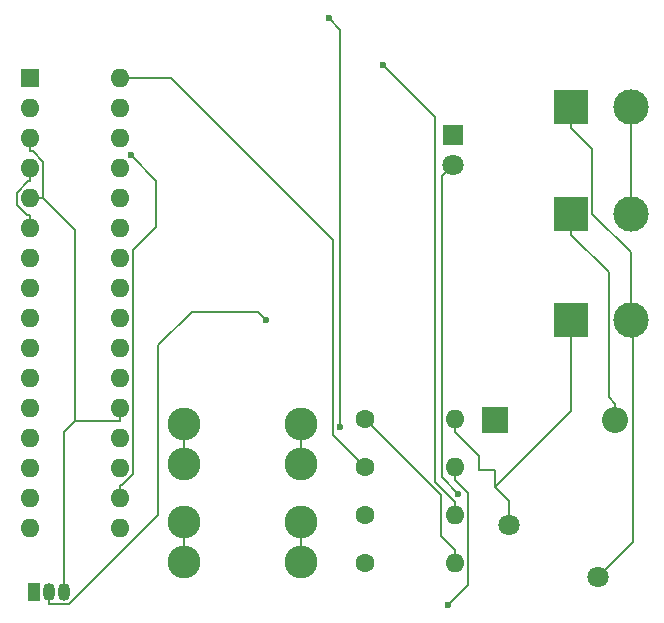
<source format=gbr>
%TF.GenerationSoftware,KiCad,Pcbnew,9.0.1+dfsg-1*%
%TF.CreationDate,2025-05-19T03:38:22+05:30*%
%TF.ProjectId,SmartHeaterControl,536d6172-7448-4656-9174-6572436f6e74,rev?*%
%TF.SameCoordinates,Original*%
%TF.FileFunction,Copper,L2,Bot*%
%TF.FilePolarity,Positive*%
%FSLAX46Y46*%
G04 Gerber Fmt 4.6, Leading zero omitted, Abs format (unit mm)*
G04 Created by KiCad (PCBNEW 9.0.1+dfsg-1) date 2025-05-19 03:38:22*
%MOMM*%
%LPD*%
G01*
G04 APERTURE LIST*
%TA.AperFunction,ComponentPad*%
%ADD10R,3.000000X3.000000*%
%TD*%
%TA.AperFunction,ComponentPad*%
%ADD11C,3.000000*%
%TD*%
%TA.AperFunction,ComponentPad*%
%ADD12C,2.780000*%
%TD*%
%TA.AperFunction,ComponentPad*%
%ADD13C,1.800000*%
%TD*%
%TA.AperFunction,ComponentPad*%
%ADD14R,1.050000X1.500000*%
%TD*%
%TA.AperFunction,ComponentPad*%
%ADD15O,1.050000X1.500000*%
%TD*%
%TA.AperFunction,ComponentPad*%
%ADD16C,1.600000*%
%TD*%
%TA.AperFunction,ComponentPad*%
%ADD17O,1.600000X1.600000*%
%TD*%
%TA.AperFunction,ComponentPad*%
%ADD18R,1.600000X1.600000*%
%TD*%
%TA.AperFunction,ComponentPad*%
%ADD19R,1.800000X1.800000*%
%TD*%
%TA.AperFunction,ComponentPad*%
%ADD20R,2.200000X2.200000*%
%TD*%
%TA.AperFunction,ComponentPad*%
%ADD21O,2.200000X2.200000*%
%TD*%
%TA.AperFunction,ViaPad*%
%ADD22C,0.600000*%
%TD*%
%TA.AperFunction,Conductor*%
%ADD23C,0.200000*%
%TD*%
G04 APERTURE END LIST*
D10*
%TO.P,J1,1,Pin_1*%
%TO.N,Net-(J1-Pin_1)*%
X151990000Y-73850000D03*
D11*
%TO.P,J1,2,Pin_2*%
%TO.N,GND*%
X157070000Y-73850000D03*
%TD*%
D12*
%TO.P,F1,1*%
%TO.N,Net-(F1-Pad1)*%
X119220000Y-100720000D03*
X119220000Y-104120000D03*
%TO.P,F1,2*%
%TO.N,Net-(J1-Pin_1)*%
X129140000Y-100720000D03*
X129140000Y-104120000D03*
%TD*%
%TO.P,F2,1*%
%TO.N,Net-(J1-Pin_1)*%
X119220000Y-109010000D03*
X119220000Y-112410000D03*
%TO.P,F2,2*%
%TO.N,GND*%
X129140000Y-109010000D03*
X129140000Y-112410000D03*
%TD*%
D13*
%TO.P,RV1,1*%
%TO.N,GND*%
X146750000Y-109300000D03*
%TO.P,RV1,2*%
%TO.N,Net-(J1-Pin_1)*%
X154250000Y-113700000D03*
%TD*%
D14*
%TO.P,Q1,1,B*%
%TO.N,Net-(Q1-B)*%
X106560000Y-114930000D03*
D15*
%TO.P,Q1,2,C*%
%TO.N,Net-(D1-K)*%
X107830000Y-114930000D03*
%TO.P,Q1,3,E*%
%TO.N,GND*%
X109100000Y-114930000D03*
%TD*%
D16*
%TO.P,R2,1*%
%TO.N,Net-(U1-PD2)*%
X134530000Y-104350000D03*
D17*
%TO.P,R2,2*%
%TO.N,Net-(Q1-B)*%
X142150000Y-104350000D03*
%TD*%
D18*
%TO.P,U1,1,PD3*%
%TO.N,Net-(U1-PD3)*%
X106200000Y-71450000D03*
D17*
%TO.P,U1,2,PD4*%
%TO.N,unconnected-(U1-PD4-Pad2)*%
X106200000Y-73990000D03*
%TO.P,U1,3,GND*%
%TO.N,GND*%
X106200000Y-76530000D03*
%TO.P,U1,4,VCC*%
%TO.N,+5V*%
X106200000Y-79070000D03*
%TO.P,U1,5,GND*%
%TO.N,GND*%
X106200000Y-81610000D03*
%TO.P,U1,6,VCC*%
%TO.N,+5V*%
X106200000Y-84150000D03*
%TO.P,U1,7,XTAL1/PB6*%
%TO.N,unconnected-(U1-XTAL1{slash}PB6-Pad7)*%
X106200000Y-86690000D03*
%TO.P,U1,8,XTAL2/PB7*%
%TO.N,unconnected-(U1-XTAL2{slash}PB7-Pad8)*%
X106200000Y-89230000D03*
%TO.P,U1,9,PD5*%
%TO.N,unconnected-(U1-PD5-Pad9)*%
X106200000Y-91770000D03*
%TO.P,U1,10,PD6*%
%TO.N,unconnected-(U1-PD6-Pad10)*%
X106200000Y-94310000D03*
%TO.P,U1,11,PD7*%
%TO.N,unconnected-(U1-PD7-Pad11)*%
X106200000Y-96850000D03*
%TO.P,U1,12,PB0*%
%TO.N,unconnected-(U1-PB0-Pad12)*%
X106200000Y-99390000D03*
%TO.P,U1,13,PB1*%
%TO.N,unconnected-(U1-PB1-Pad13)*%
X106200000Y-101930000D03*
%TO.P,U1,14,PB2*%
%TO.N,unconnected-(U1-PB2-Pad14)*%
X106200000Y-104470000D03*
%TO.P,U1,15,PB3*%
%TO.N,unconnected-(U1-PB3-Pad15)*%
X106200000Y-107010000D03*
%TO.P,U1,16,PB4*%
%TO.N,unconnected-(U1-PB4-Pad16)*%
X106200000Y-109550000D03*
%TO.P,U1,17,PB5*%
%TO.N,unconnected-(U1-PB5-Pad17)*%
X113820000Y-109550000D03*
%TO.P,U1,18,AVCC*%
%TO.N,+5V*%
X113820000Y-107010000D03*
%TO.P,U1,19,ADC6*%
%TO.N,unconnected-(U1-ADC6-Pad19)*%
X113820000Y-104470000D03*
%TO.P,U1,20,AREF*%
%TO.N,unconnected-(U1-AREF-Pad20)*%
X113820000Y-101930000D03*
%TO.P,U1,21,GND*%
%TO.N,GND*%
X113820000Y-99390000D03*
%TO.P,U1,22,ADC7*%
%TO.N,unconnected-(U1-ADC7-Pad22)*%
X113820000Y-96850000D03*
%TO.P,U1,23,PC0*%
%TO.N,Net-(U1-PC0)*%
X113820000Y-94310000D03*
%TO.P,U1,24,PC1*%
%TO.N,unconnected-(U1-PC1-Pad24)*%
X113820000Y-91770000D03*
%TO.P,U1,25,PC2*%
%TO.N,unconnected-(U1-PC2-Pad25)*%
X113820000Y-89230000D03*
%TO.P,U1,26,PC3*%
%TO.N,unconnected-(U1-PC3-Pad26)*%
X113820000Y-86690000D03*
%TO.P,U1,27,PC4*%
%TO.N,unconnected-(U1-PC4-Pad27)*%
X113820000Y-84150000D03*
%TO.P,U1,28,PC5*%
%TO.N,unconnected-(U1-PC5-Pad28)*%
X113820000Y-81610000D03*
%TO.P,U1,29,~{RESET}/PC6*%
%TO.N,unconnected-(U1-~{RESET}{slash}PC6-Pad29)*%
X113820000Y-79070000D03*
%TO.P,U1,30,PD0*%
%TO.N,unconnected-(U1-PD0-Pad30)*%
X113820000Y-76530000D03*
%TO.P,U1,31,PD1*%
%TO.N,unconnected-(U1-PD1-Pad31)*%
X113820000Y-73990000D03*
%TO.P,U1,32,PD2*%
%TO.N,Net-(U1-PD2)*%
X113820000Y-71450000D03*
%TD*%
D10*
%TO.P,R3,1*%
%TO.N,GND*%
X151990000Y-91950000D03*
D11*
%TO.P,R3,2*%
%TO.N,Net-(J1-Pin_1)*%
X157070000Y-91950000D03*
%TD*%
D10*
%TO.P,J2,1,Pin_1*%
%TO.N,+5V*%
X151990000Y-82900000D03*
D11*
%TO.P,J2,2,Pin_2*%
%TO.N,GND*%
X157070000Y-82900000D03*
%TD*%
D19*
%TO.P,D2,1,K*%
%TO.N,GND*%
X142000000Y-76225000D03*
D13*
%TO.P,D2,2,A*%
%TO.N,Net-(D2-A)*%
X142000000Y-78765000D03*
%TD*%
D16*
%TO.P,R4,1*%
%TO.N,Net-(D2-A)*%
X134530000Y-108400000D03*
D17*
%TO.P,R4,2*%
%TO.N,Net-(U1-PD3)*%
X142150000Y-108400000D03*
%TD*%
D16*
%TO.P,TH1,1*%
%TO.N,+5V*%
X134530000Y-112450000D03*
D17*
%TO.P,TH1,2*%
%TO.N,Net-(U1-PC0)*%
X142150000Y-112450000D03*
%TD*%
D20*
%TO.P,D1,1,K*%
%TO.N,Net-(D1-K)*%
X145600000Y-100400000D03*
D21*
%TO.P,D1,2,A*%
%TO.N,+5V*%
X155760000Y-100400000D03*
%TD*%
D16*
%TO.P,R1,1*%
%TO.N,Net-(U1-PC0)*%
X134530000Y-100300000D03*
D17*
%TO.P,R1,2*%
%TO.N,GND*%
X142150000Y-100300000D03*
%TD*%
D22*
%TO.N,+5V*%
X114717700Y-77975700D03*
%TO.N,Net-(D1-K)*%
X126164700Y-91884700D03*
%TO.N,Net-(D2-A)*%
X142447500Y-106607200D03*
%TO.N,Net-(F1-Pad1)*%
X131483800Y-66378500D03*
X132446600Y-100973000D03*
%TO.N,Net-(Q1-B)*%
X141593000Y-116014000D03*
%TO.N,Net-(U1-PD3)*%
X136091000Y-70338100D03*
%TD*%
D23*
%TO.N,+5V*%
X155760000Y-98998300D02*
X155179000Y-98417600D01*
X106200000Y-84150000D02*
X106200000Y-83048300D01*
X155179000Y-87891000D02*
X151990000Y-84701700D01*
X105095000Y-82171300D02*
X105095000Y-81139300D01*
X155760000Y-100400000D02*
X155760000Y-98998300D01*
X113958000Y-105908000D02*
X114922000Y-104944000D01*
X155179000Y-98417600D02*
X155179000Y-87891000D01*
X105972000Y-83048300D02*
X105095000Y-82171300D01*
X106200000Y-80171700D02*
X106200000Y-79070000D01*
X106200000Y-83048300D02*
X105972000Y-83048300D01*
X105095000Y-81139300D02*
X106062000Y-80171700D01*
X113820000Y-107010000D02*
X113820000Y-105908000D01*
X114922000Y-104944000D02*
X114922000Y-85958300D01*
X151990000Y-84701700D02*
X151990000Y-82900000D01*
X106062000Y-80171700D02*
X106200000Y-80171700D01*
X114922000Y-85958300D02*
X116864000Y-84016200D01*
X114717700Y-77975700D02*
X116864000Y-80122000D01*
X113820000Y-105908000D02*
X113958000Y-105908000D01*
X116864000Y-80122000D02*
X116864000Y-84016200D01*
%TO.N,Net-(D1-K)*%
X126164700Y-91884700D02*
X126164700Y-91884600D01*
X119872000Y-91208000D02*
X125488000Y-91208000D01*
X107830000Y-114930000D02*
X107830000Y-115982000D01*
X109480000Y-115982000D02*
X117064000Y-108398000D01*
X125488000Y-91208000D02*
X126164700Y-91884700D01*
X107830000Y-115982000D02*
X109480000Y-115982000D01*
X117064000Y-94016000D02*
X119872000Y-91208000D01*
X117064000Y-108398000D02*
X117064000Y-94016000D01*
X126164700Y-91884600D02*
X126164700Y-91884700D01*
%TO.N,Net-(D2-A)*%
X141048300Y-105208000D02*
X142447500Y-106607200D01*
X141048300Y-79716700D02*
X141048300Y-105208000D01*
X142000000Y-78765000D02*
X141048300Y-79716700D01*
%TO.N,GND*%
X113820000Y-100492000D02*
X110010000Y-100492000D01*
X157070000Y-73850000D02*
X157070000Y-82900000D01*
X107302000Y-81610000D02*
X107302000Y-78505100D01*
X106428000Y-77631700D02*
X106200000Y-77631700D01*
X110010000Y-84318300D02*
X107302000Y-81610000D01*
X113820000Y-99390000D02*
X113820000Y-100492000D01*
X144198000Y-104650000D02*
X144198000Y-103450000D01*
X142150000Y-101402000D02*
X142150000Y-100300000D01*
X144198000Y-103450000D02*
X142150000Y-101402000D01*
X129140000Y-112410000D02*
X129140000Y-109010000D01*
X107302000Y-78505100D02*
X106428000Y-77631700D01*
X145600000Y-106052000D02*
X146750000Y-107202000D01*
X146750000Y-107202000D02*
X146750000Y-109300000D01*
X109100000Y-114930000D02*
X109100000Y-101402000D01*
X151990000Y-99661700D02*
X151990000Y-91950000D01*
X145600000Y-106052000D02*
X145600000Y-104650000D01*
X109100000Y-101402000D02*
X110010000Y-100492000D01*
X106200000Y-77631700D02*
X106200000Y-76530000D01*
X106200000Y-81610000D02*
X107302000Y-81610000D01*
X145600000Y-106052000D02*
X151990000Y-99661700D01*
X110010000Y-100492000D02*
X110010000Y-84318300D01*
X145600000Y-104650000D02*
X144198000Y-104650000D01*
%TO.N,Net-(F1-Pad1)*%
X132446600Y-100973000D02*
X132446600Y-67341300D01*
X132446600Y-67341300D02*
X131483800Y-66378500D01*
X119220000Y-104120000D02*
X119220000Y-100720000D01*
%TO.N,Net-(J1-Pin_1)*%
X129140000Y-100720000D02*
X129140000Y-104120000D01*
X154250000Y-113700000D02*
X157212000Y-110738000D01*
X151990000Y-75651700D02*
X153792000Y-77453400D01*
X157212000Y-92091700D02*
X157070000Y-91950000D01*
X153792000Y-82912400D02*
X157070000Y-86190700D01*
X153792000Y-77453400D02*
X153792000Y-82912400D01*
X157212000Y-110738000D02*
X157212000Y-92091700D01*
X157070000Y-86190700D02*
X157070000Y-91950000D01*
X151990000Y-73850000D02*
X151990000Y-75651700D01*
X119220000Y-109010000D02*
X119220000Y-112410000D01*
%TO.N,Net-(Q1-B)*%
X142150000Y-104350000D02*
X142150000Y-105452000D01*
X143258000Y-114350000D02*
X141593000Y-116014000D01*
X143258000Y-106559000D02*
X143258000Y-114350000D01*
X142150000Y-105452000D02*
X143258000Y-106559000D01*
%TO.N,Net-(U1-PC0)*%
X142150000Y-111348000D02*
X142150000Y-112450000D01*
X140999000Y-106769000D02*
X140999000Y-110198000D01*
X141000000Y-110198000D02*
X142150000Y-111348000D01*
X134530000Y-100300000D02*
X140999000Y-106769000D01*
X140999000Y-110198000D02*
X141000000Y-110198000D01*
%TO.N,Net-(U1-PD2)*%
X131826000Y-101646000D02*
X131826000Y-85161900D01*
X131826000Y-85161900D02*
X118115000Y-71450000D01*
X118115000Y-71450000D02*
X113820000Y-71450000D01*
X134530000Y-104350000D02*
X131826000Y-101646000D01*
%TO.N,Net-(U1-PD3)*%
X142150000Y-107298000D02*
X142150000Y-108400000D01*
X140506000Y-74753000D02*
X140506000Y-105654000D01*
X140506000Y-105654000D02*
X142150000Y-107298000D01*
X136091000Y-70338100D02*
X140506000Y-74753000D01*
%TD*%
M02*

</source>
